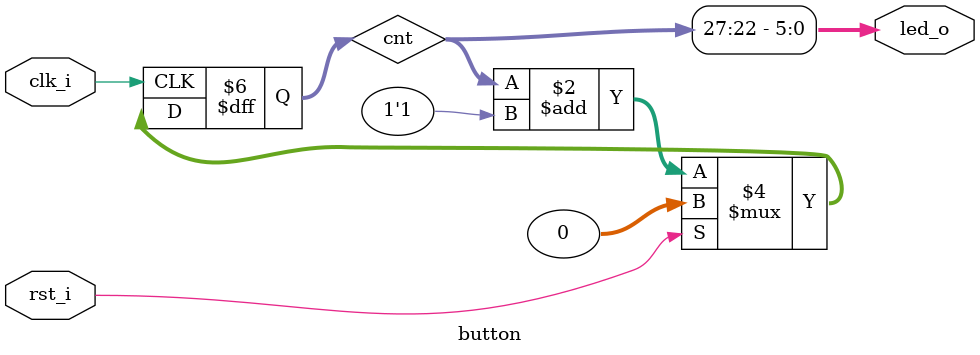
<source format=sv>
module button (
    input  logic       clk_i,
    input  logic       rst_i,
    output logic [5:0] led_o
);

    logic [31:0] cnt;

    always_ff @(posedge clk_i)
        if (rst_i)
            cnt <= '0;
        else
            cnt <= cnt + 1'b1;

    assign led_o = cnt[27:22];

endmodule

</source>
